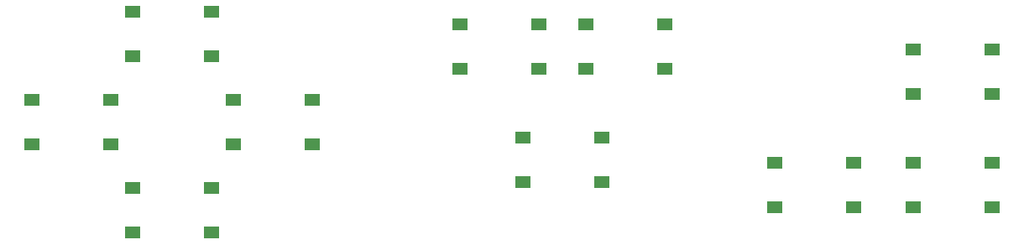
<source format=gbr>
G04 #@! TF.GenerationSoftware,KiCad,Pcbnew,(5.1.0)-1*
G04 #@! TF.CreationDate,2019-05-06T19:17:54+02:00*
G04 #@! TF.ProjectId,NesEMU,4e657345-4d55-42e6-9b69-6361645f7063,rev?*
G04 #@! TF.SameCoordinates,Original*
G04 #@! TF.FileFunction,Paste,Top*
G04 #@! TF.FilePolarity,Positive*
%FSLAX46Y46*%
G04 Gerber Fmt 4.6, Leading zero omitted, Abs format (unit mm)*
G04 Created by KiCad (PCBNEW (5.1.0)-1) date 2019-05-06 19:17:54*
%MOMM*%
%LPD*%
G04 APERTURE LIST*
%ADD10R,1.550000X1.300000*%
G04 APERTURE END LIST*
D10*
X100495000Y-119090000D03*
X92545000Y-119090000D03*
X100495000Y-114590000D03*
X92545000Y-114590000D03*
X92545000Y-132370000D03*
X100495000Y-132370000D03*
X92545000Y-136870000D03*
X100495000Y-136870000D03*
X90335000Y-127980000D03*
X82385000Y-127980000D03*
X90335000Y-123480000D03*
X82385000Y-123480000D03*
X146215000Y-120360000D03*
X138265000Y-120360000D03*
X146215000Y-115860000D03*
X138265000Y-115860000D03*
X102705000Y-123480000D03*
X110655000Y-123480000D03*
X102705000Y-127980000D03*
X110655000Y-127980000D03*
X139865000Y-131790000D03*
X131915000Y-131790000D03*
X139865000Y-127290000D03*
X131915000Y-127290000D03*
X171285000Y-118400000D03*
X179235000Y-118400000D03*
X171285000Y-122900000D03*
X179235000Y-122900000D03*
X165265000Y-134330000D03*
X157315000Y-134330000D03*
X165265000Y-129830000D03*
X157315000Y-129830000D03*
X125565000Y-115860000D03*
X133515000Y-115860000D03*
X125565000Y-120360000D03*
X133515000Y-120360000D03*
X171285000Y-129830000D03*
X179235000Y-129830000D03*
X171285000Y-134330000D03*
X179235000Y-134330000D03*
M02*

</source>
